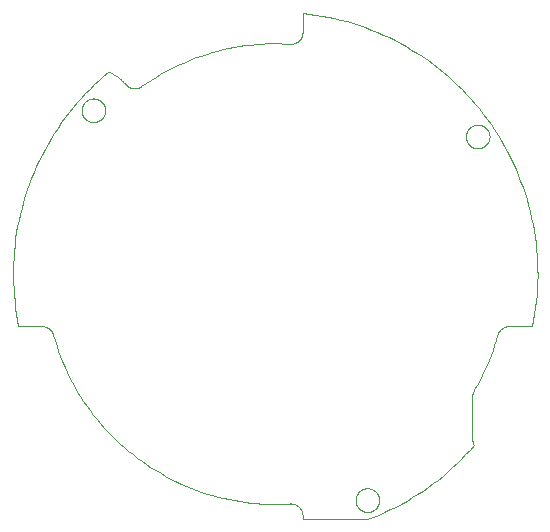
<source format=gbr>
G04 EAGLE Gerber RS-274X export*
G75*
%MOMM*%
%FSLAX34Y34*%
%LPD*%
%IN*%
%IPPOS*%
%AMOC8*
5,1,8,0,0,1.08239X$1,22.5*%
G01*
%ADD10C,0.001000*%


D10*
X249135Y5650D02*
X249135Y9064D01*
X249135Y5650D02*
X303695Y5650D01*
X303696Y5650D02*
X308643Y7563D01*
X313544Y9594D01*
X318395Y11742D01*
X323193Y14004D01*
X327935Y16381D01*
X332620Y18870D01*
X337243Y21471D01*
X341803Y24181D01*
X346297Y27000D01*
X350723Y29925D01*
X355077Y32955D01*
X359358Y36088D01*
X363562Y39323D01*
X367688Y42657D01*
X371733Y46088D01*
X375696Y49616D01*
X379572Y53237D01*
X383361Y56949D01*
X387061Y60751D01*
X390668Y64641D01*
X394181Y68615D01*
X394030Y68936D01*
X393887Y69262D01*
X393751Y69590D01*
X393624Y69922D01*
X393504Y70257D01*
X393392Y70594D01*
X393288Y70934D01*
X393193Y71276D01*
X393105Y71621D01*
X393026Y71967D01*
X392955Y72316D01*
X392892Y72665D01*
X392837Y73017D01*
X392791Y73369D01*
X392753Y73722D01*
X392724Y74077D01*
X392703Y74431D01*
X392690Y74787D01*
X392686Y75142D01*
X392686Y108156D01*
X392690Y108515D01*
X392703Y108873D01*
X392725Y109232D01*
X392755Y109589D01*
X392793Y109946D01*
X392840Y110302D01*
X392896Y110656D01*
X392960Y111009D01*
X393032Y111361D01*
X393113Y111710D01*
X393202Y112058D01*
X393300Y112403D01*
X393406Y112746D01*
X393519Y113086D01*
X393641Y113424D01*
X393772Y113758D01*
X393910Y114090D01*
X394055Y114418D01*
X394209Y114742D01*
X394370Y115062D01*
X394539Y115379D01*
X394716Y115691D01*
X394717Y115692D02*
X396961Y119661D01*
X399112Y123682D01*
X401168Y127751D01*
X403129Y131868D01*
X404993Y136030D01*
X406759Y140234D01*
X408426Y144478D01*
X409993Y148759D01*
X411460Y153077D01*
X412826Y157427D01*
X414090Y161809D01*
X414089Y161809D02*
X414156Y162040D01*
X414228Y162270D01*
X414306Y162498D01*
X414390Y162724D01*
X414478Y162948D01*
X414573Y163170D01*
X414672Y163390D01*
X414777Y163607D01*
X414887Y163821D01*
X415002Y164033D01*
X415123Y164242D01*
X415248Y164448D01*
X415378Y164651D01*
X415513Y164851D01*
X415653Y165047D01*
X415797Y165240D01*
X415946Y165429D01*
X416100Y165615D01*
X416258Y165797D01*
X416420Y165975D01*
X416587Y166149D01*
X416758Y166320D01*
X416933Y166485D01*
X417111Y166647D01*
X417294Y166804D01*
X417480Y166957D01*
X417670Y167106D01*
X417864Y167249D01*
X418061Y167388D01*
X418261Y167523D01*
X418464Y167652D01*
X418671Y167776D01*
X418880Y167896D01*
X419092Y168010D01*
X419307Y168119D01*
X419525Y168223D01*
X419745Y168322D01*
X419967Y168415D01*
X420191Y168503D01*
X420418Y168586D01*
X420646Y168663D01*
X420877Y168735D01*
X421108Y168801D01*
X421342Y168861D01*
X421576Y168916D01*
X421812Y168965D01*
X422050Y169008D01*
X422288Y169046D01*
X422527Y169077D01*
X422766Y169104D01*
X423006Y169124D01*
X423247Y169138D01*
X423488Y169147D01*
X423729Y169150D01*
X443601Y169150D01*
X444628Y174500D01*
X445522Y179874D01*
X446285Y185268D01*
X446915Y190679D01*
X447413Y196104D01*
X447776Y201539D01*
X448007Y206982D01*
X448104Y212429D01*
X448067Y217876D01*
X447896Y223321D01*
X447592Y228761D01*
X447155Y234191D01*
X446584Y239608D01*
X445881Y245010D01*
X445045Y250394D01*
X444078Y255755D01*
X442979Y261090D01*
X441750Y266397D01*
X440390Y271673D01*
X438902Y276913D01*
X437286Y282116D01*
X435542Y287277D01*
X433673Y292394D01*
X431678Y297463D01*
X429559Y302482D01*
X427319Y307447D01*
X424956Y312356D01*
X422475Y317206D01*
X419875Y321993D01*
X417158Y326715D01*
X414326Y331368D01*
X411381Y335951D01*
X408324Y340461D01*
X405158Y344894D01*
X401883Y349247D01*
X398503Y353520D01*
X395019Y357708D01*
X391434Y361809D01*
X387749Y365821D01*
X383966Y369741D01*
X380088Y373568D01*
X376118Y377298D01*
X372058Y380929D01*
X367909Y384460D01*
X363675Y387888D01*
X359358Y391211D01*
X354961Y394428D01*
X350487Y397535D01*
X345937Y400531D01*
X341316Y403415D01*
X336625Y406185D01*
X331867Y408839D01*
X327046Y411375D01*
X322164Y413793D01*
X317224Y416089D01*
X312229Y418264D01*
X307183Y420316D01*
X302087Y422243D01*
X296946Y424044D01*
X291762Y425719D01*
X286539Y427266D01*
X281279Y428685D01*
X275986Y429974D01*
X270663Y431133D01*
X265314Y432161D01*
X259940Y433057D01*
X254546Y433821D01*
X249135Y434452D01*
X249135Y418235D01*
X249132Y417991D01*
X249123Y417747D01*
X249108Y417504D01*
X249087Y417261D01*
X249061Y417018D01*
X249028Y416777D01*
X248990Y416536D01*
X248945Y416296D01*
X248895Y416057D01*
X248839Y415820D01*
X248777Y415584D01*
X248710Y415349D01*
X248636Y415117D01*
X248557Y414886D01*
X248473Y414657D01*
X248383Y414430D01*
X248287Y414206D01*
X248186Y413984D01*
X248080Y413764D01*
X247968Y413547D01*
X247851Y413333D01*
X247729Y413122D01*
X247602Y412914D01*
X247470Y412709D01*
X247332Y412508D01*
X247190Y412309D01*
X247043Y412115D01*
X246892Y411924D01*
X246735Y411736D01*
X246575Y411553D01*
X246409Y411373D01*
X246240Y411198D01*
X246066Y411027D01*
X245888Y410860D01*
X245706Y410697D01*
X245520Y410539D01*
X245331Y410386D01*
X245138Y410237D01*
X244941Y410093D01*
X244740Y409954D01*
X244537Y409819D01*
X244330Y409690D01*
X244120Y409566D01*
X243907Y409447D01*
X243691Y409333D01*
X243473Y409225D01*
X243252Y409122D01*
X243028Y409024D01*
X242802Y408932D01*
X242574Y408845D01*
X242344Y408764D01*
X242112Y408688D01*
X241879Y408619D01*
X241643Y408555D01*
X241406Y408496D01*
X241168Y408444D01*
X240929Y408397D01*
X240688Y408356D01*
X240447Y408321D01*
X240205Y408292D01*
X239962Y408269D01*
X239718Y408252D01*
X239475Y408241D01*
X239231Y408235D01*
X238987Y408236D01*
X238743Y408243D01*
X238499Y408255D01*
X238500Y408256D02*
X233743Y408500D01*
X228982Y408629D01*
X224219Y408641D01*
X219457Y408537D01*
X214699Y408316D01*
X209948Y407979D01*
X205207Y407527D01*
X200478Y406958D01*
X195764Y406275D01*
X191069Y405476D01*
X186394Y404563D01*
X181743Y403536D01*
X177119Y402396D01*
X172524Y401144D01*
X167960Y399779D01*
X163432Y398303D01*
X158941Y396717D01*
X154489Y395022D01*
X150081Y393219D01*
X145718Y391309D01*
X141403Y389292D01*
X137138Y387171D01*
X132927Y384946D01*
X128771Y382620D01*
X124673Y380192D01*
X120636Y377665D01*
X116662Y375040D01*
X112753Y372319D01*
X112752Y372318D02*
X112553Y372179D01*
X112350Y372045D01*
X112144Y371917D01*
X111935Y371793D01*
X111724Y371674D01*
X111509Y371560D01*
X111292Y371452D01*
X111072Y371349D01*
X110849Y371251D01*
X110625Y371159D01*
X110398Y371072D01*
X110169Y370991D01*
X109938Y370915D01*
X109706Y370845D01*
X109472Y370781D01*
X109236Y370722D01*
X108999Y370669D01*
X108761Y370622D01*
X108521Y370581D01*
X108281Y370545D01*
X108040Y370516D01*
X107799Y370492D01*
X107556Y370474D01*
X107314Y370462D01*
X107071Y370456D01*
X106828Y370456D01*
X106585Y370461D01*
X106343Y370473D01*
X106101Y370490D01*
X105859Y370513D01*
X105618Y370543D01*
X105378Y370578D01*
X105138Y370618D01*
X104900Y370665D01*
X104663Y370718D01*
X104427Y370776D01*
X104193Y370840D01*
X103960Y370909D01*
X103729Y370984D01*
X103500Y371065D01*
X103273Y371151D01*
X103048Y371243D01*
X102826Y371340D01*
X102606Y371443D01*
X102388Y371551D01*
X102173Y371664D01*
X101961Y371782D01*
X101752Y371905D01*
X101546Y372034D01*
X101343Y372167D01*
X101143Y372306D01*
X100947Y372449D01*
X100755Y372597D01*
X100566Y372749D01*
X100380Y372906D01*
X100199Y373068D01*
X100022Y373234D01*
X99848Y373404D01*
X99679Y373578D01*
X99514Y373756D01*
X99354Y373939D01*
X99198Y374125D01*
X98666Y374761D01*
X98118Y375384D01*
X97556Y375994D01*
X96980Y376590D01*
X96389Y377173D01*
X95785Y377741D01*
X95168Y378295D01*
X94538Y378834D01*
X93895Y379358D01*
X93240Y379867D01*
X92573Y380360D01*
X91894Y380837D01*
X91205Y381297D01*
X90505Y381742D01*
X89794Y382169D01*
X89073Y382580D01*
X88343Y382974D01*
X87604Y383350D01*
X86856Y383708D01*
X86100Y384049D01*
X85336Y384371D01*
X84565Y384676D01*
X80497Y381226D01*
X76512Y377679D01*
X72615Y374037D01*
X68806Y370303D01*
X65087Y366479D01*
X61462Y362566D01*
X57932Y358567D01*
X54498Y354485D01*
X51164Y350321D01*
X47931Y346079D01*
X44801Y341760D01*
X41775Y337367D01*
X38856Y332902D01*
X36045Y328369D01*
X33344Y323769D01*
X30754Y319106D01*
X28276Y314382D01*
X25913Y309600D01*
X23666Y304763D01*
X21535Y299873D01*
X19523Y294933D01*
X17629Y289946D01*
X15856Y284915D01*
X14205Y279843D01*
X12676Y274733D01*
X11270Y269587D01*
X9988Y264410D01*
X8831Y259203D01*
X7799Y253969D01*
X6893Y248713D01*
X6114Y243436D01*
X5462Y238142D01*
X4937Y232833D01*
X4540Y227514D01*
X4271Y222187D01*
X4130Y216854D01*
X4117Y211520D01*
X4232Y206188D01*
X4476Y200859D01*
X4847Y195538D01*
X5346Y190227D01*
X5973Y184930D01*
X6726Y179649D01*
X7606Y174388D01*
X8613Y169150D01*
X8612Y169150D02*
X28484Y169150D01*
X28725Y169147D01*
X28966Y169138D01*
X29207Y169124D01*
X29447Y169104D01*
X29686Y169077D01*
X29925Y169046D01*
X30163Y169008D01*
X30401Y168965D01*
X30637Y168916D01*
X30871Y168861D01*
X31105Y168800D01*
X31337Y168735D01*
X31567Y168663D01*
X31795Y168586D01*
X32022Y168503D01*
X32246Y168415D01*
X32468Y168322D01*
X32688Y168223D01*
X32906Y168119D01*
X33121Y168010D01*
X33333Y167896D01*
X33542Y167776D01*
X33749Y167652D01*
X33952Y167523D01*
X34152Y167388D01*
X34349Y167249D01*
X34543Y167106D01*
X34733Y166957D01*
X34919Y166804D01*
X35102Y166647D01*
X35280Y166485D01*
X35455Y166319D01*
X35626Y166149D01*
X35793Y165975D01*
X35955Y165797D01*
X36113Y165615D01*
X36267Y165429D01*
X36416Y165240D01*
X36560Y165047D01*
X36700Y164851D01*
X36835Y164651D01*
X36965Y164448D01*
X37090Y164242D01*
X37211Y164033D01*
X37326Y163821D01*
X37436Y163607D01*
X37541Y163390D01*
X37640Y163170D01*
X37735Y162948D01*
X37823Y162724D01*
X37907Y162498D01*
X37985Y162270D01*
X38057Y162040D01*
X38124Y161809D01*
X39444Y157241D01*
X40875Y152708D01*
X42415Y148210D01*
X44065Y143752D01*
X45823Y139334D01*
X47689Y134962D01*
X49660Y130636D01*
X51736Y126359D01*
X53916Y122134D01*
X56198Y117963D01*
X58581Y113850D01*
X61064Y109796D01*
X63645Y105803D01*
X66322Y101875D01*
X69094Y98012D01*
X71960Y94219D01*
X74917Y90497D01*
X77965Y86848D01*
X81100Y83274D01*
X84321Y79778D01*
X87627Y76361D01*
X91015Y73026D01*
X94483Y69775D01*
X98030Y66609D01*
X101652Y63530D01*
X105349Y60541D01*
X109117Y57642D01*
X112955Y54837D01*
X116860Y52126D01*
X120830Y49510D01*
X124863Y46993D01*
X128956Y44574D01*
X133107Y42256D01*
X137312Y40040D01*
X141571Y37927D01*
X145880Y35918D01*
X150237Y34015D01*
X154638Y32219D01*
X159082Y30531D01*
X163566Y28951D01*
X168088Y27481D01*
X172643Y26122D01*
X177231Y24875D01*
X181847Y23739D01*
X186490Y22717D01*
X191156Y21808D01*
X195843Y21013D01*
X200549Y20332D01*
X205269Y19767D01*
X210002Y19316D01*
X214744Y18981D01*
X219493Y18762D01*
X224246Y18659D01*
X229000Y18671D01*
X233752Y18800D01*
X238500Y19044D01*
X238499Y19044D02*
X238743Y19056D01*
X238987Y19063D01*
X239231Y19064D01*
X239475Y19058D01*
X239718Y19047D01*
X239962Y19030D01*
X240205Y19007D01*
X240447Y18978D01*
X240688Y18943D01*
X240929Y18902D01*
X241168Y18855D01*
X241406Y18803D01*
X241643Y18744D01*
X241879Y18680D01*
X242112Y18610D01*
X242344Y18535D01*
X242574Y18454D01*
X242802Y18367D01*
X243028Y18275D01*
X243252Y18177D01*
X243473Y18074D01*
X243691Y17966D01*
X243907Y17852D01*
X244120Y17733D01*
X244330Y17609D01*
X244537Y17480D01*
X244740Y17345D01*
X244941Y17206D01*
X245138Y17062D01*
X245331Y16913D01*
X245521Y16760D01*
X245706Y16602D01*
X245888Y16439D01*
X246066Y16272D01*
X246240Y16101D01*
X246409Y15926D01*
X246575Y15746D01*
X246735Y15563D01*
X246892Y15375D01*
X247043Y15184D01*
X247190Y14990D01*
X247332Y14791D01*
X247470Y14590D01*
X247602Y14385D01*
X247729Y14177D01*
X247851Y13966D01*
X247968Y13752D01*
X248080Y13535D01*
X248186Y13315D01*
X248287Y13093D01*
X248383Y12869D01*
X248473Y12642D01*
X248557Y12413D01*
X248636Y12182D01*
X248710Y11950D01*
X248777Y11715D01*
X248839Y11479D01*
X248895Y11242D01*
X248945Y11003D01*
X248990Y10763D01*
X249028Y10522D01*
X249061Y10281D01*
X249087Y10038D01*
X249108Y9795D01*
X249123Y9552D01*
X249132Y9308D01*
X249135Y9064D01*
X62104Y351969D02*
X62107Y352214D01*
X62116Y352460D01*
X62131Y352705D01*
X62152Y352949D01*
X62179Y353193D01*
X62212Y353436D01*
X62251Y353679D01*
X62296Y353920D01*
X62347Y354160D01*
X62404Y354399D01*
X62466Y354636D01*
X62535Y354872D01*
X62609Y355106D01*
X62689Y355338D01*
X62774Y355568D01*
X62865Y355796D01*
X62962Y356021D01*
X63064Y356245D01*
X63172Y356465D01*
X63285Y356683D01*
X63403Y356898D01*
X63527Y357110D01*
X63655Y357319D01*
X63789Y357525D01*
X63928Y357727D01*
X64072Y357926D01*
X64221Y358121D01*
X64374Y358313D01*
X64532Y358501D01*
X64694Y358685D01*
X64862Y358864D01*
X65033Y359040D01*
X65209Y359211D01*
X65388Y359379D01*
X65572Y359541D01*
X65760Y359699D01*
X65952Y359852D01*
X66147Y360001D01*
X66346Y360145D01*
X66548Y360284D01*
X66754Y360418D01*
X66963Y360546D01*
X67175Y360670D01*
X67390Y360788D01*
X67608Y360901D01*
X67828Y361009D01*
X68052Y361111D01*
X68277Y361208D01*
X68505Y361299D01*
X68735Y361384D01*
X68967Y361464D01*
X69201Y361538D01*
X69437Y361607D01*
X69674Y361669D01*
X69913Y361726D01*
X70153Y361777D01*
X70394Y361822D01*
X70637Y361861D01*
X70880Y361894D01*
X71124Y361921D01*
X71368Y361942D01*
X71613Y361957D01*
X71859Y361966D01*
X72104Y361969D01*
X72349Y361966D01*
X72595Y361957D01*
X72840Y361942D01*
X73084Y361921D01*
X73328Y361894D01*
X73571Y361861D01*
X73814Y361822D01*
X74055Y361777D01*
X74295Y361726D01*
X74534Y361669D01*
X74771Y361607D01*
X75007Y361538D01*
X75241Y361464D01*
X75473Y361384D01*
X75703Y361299D01*
X75931Y361208D01*
X76156Y361111D01*
X76380Y361009D01*
X76600Y360901D01*
X76818Y360788D01*
X77033Y360670D01*
X77245Y360546D01*
X77454Y360418D01*
X77660Y360284D01*
X77862Y360145D01*
X78061Y360001D01*
X78256Y359852D01*
X78448Y359699D01*
X78636Y359541D01*
X78820Y359379D01*
X78999Y359211D01*
X79175Y359040D01*
X79346Y358864D01*
X79514Y358685D01*
X79676Y358501D01*
X79834Y358313D01*
X79987Y358121D01*
X80136Y357926D01*
X80280Y357727D01*
X80419Y357525D01*
X80553Y357319D01*
X80681Y357110D01*
X80805Y356898D01*
X80923Y356683D01*
X81036Y356465D01*
X81144Y356245D01*
X81246Y356021D01*
X81343Y355796D01*
X81434Y355568D01*
X81519Y355338D01*
X81599Y355106D01*
X81673Y354872D01*
X81742Y354636D01*
X81804Y354399D01*
X81861Y354160D01*
X81912Y353920D01*
X81957Y353679D01*
X81996Y353436D01*
X82029Y353193D01*
X82056Y352949D01*
X82077Y352705D01*
X82092Y352460D01*
X82101Y352214D01*
X82104Y351969D01*
X82101Y351724D01*
X82092Y351478D01*
X82077Y351233D01*
X82056Y350989D01*
X82029Y350745D01*
X81996Y350502D01*
X81957Y350259D01*
X81912Y350018D01*
X81861Y349778D01*
X81804Y349539D01*
X81742Y349302D01*
X81673Y349066D01*
X81599Y348832D01*
X81519Y348600D01*
X81434Y348370D01*
X81343Y348142D01*
X81246Y347917D01*
X81144Y347693D01*
X81036Y347473D01*
X80923Y347255D01*
X80805Y347040D01*
X80681Y346828D01*
X80553Y346619D01*
X80419Y346413D01*
X80280Y346211D01*
X80136Y346012D01*
X79987Y345817D01*
X79834Y345625D01*
X79676Y345437D01*
X79514Y345253D01*
X79346Y345074D01*
X79175Y344898D01*
X78999Y344727D01*
X78820Y344559D01*
X78636Y344397D01*
X78448Y344239D01*
X78256Y344086D01*
X78061Y343937D01*
X77862Y343793D01*
X77660Y343654D01*
X77454Y343520D01*
X77245Y343392D01*
X77033Y343268D01*
X76818Y343150D01*
X76600Y343037D01*
X76380Y342929D01*
X76156Y342827D01*
X75931Y342730D01*
X75703Y342639D01*
X75473Y342554D01*
X75241Y342474D01*
X75007Y342400D01*
X74771Y342331D01*
X74534Y342269D01*
X74295Y342212D01*
X74055Y342161D01*
X73814Y342116D01*
X73571Y342077D01*
X73328Y342044D01*
X73084Y342017D01*
X72840Y341996D01*
X72595Y341981D01*
X72349Y341972D01*
X72104Y341969D01*
X71859Y341972D01*
X71613Y341981D01*
X71368Y341996D01*
X71124Y342017D01*
X70880Y342044D01*
X70637Y342077D01*
X70394Y342116D01*
X70153Y342161D01*
X69913Y342212D01*
X69674Y342269D01*
X69437Y342331D01*
X69201Y342400D01*
X68967Y342474D01*
X68735Y342554D01*
X68505Y342639D01*
X68277Y342730D01*
X68052Y342827D01*
X67828Y342929D01*
X67608Y343037D01*
X67390Y343150D01*
X67175Y343268D01*
X66963Y343392D01*
X66754Y343520D01*
X66548Y343654D01*
X66346Y343793D01*
X66147Y343937D01*
X65952Y344086D01*
X65760Y344239D01*
X65572Y344397D01*
X65388Y344559D01*
X65209Y344727D01*
X65033Y344898D01*
X64862Y345074D01*
X64694Y345253D01*
X64532Y345437D01*
X64374Y345625D01*
X64221Y345817D01*
X64072Y346012D01*
X63928Y346211D01*
X63789Y346413D01*
X63655Y346619D01*
X63527Y346828D01*
X63403Y347040D01*
X63285Y347255D01*
X63172Y347473D01*
X63064Y347693D01*
X62962Y347917D01*
X62865Y348142D01*
X62774Y348370D01*
X62689Y348600D01*
X62609Y348832D01*
X62535Y349066D01*
X62466Y349302D01*
X62404Y349539D01*
X62347Y349778D01*
X62296Y350018D01*
X62251Y350259D01*
X62212Y350502D01*
X62179Y350745D01*
X62152Y350989D01*
X62131Y351233D01*
X62116Y351478D01*
X62107Y351724D01*
X62104Y351969D01*
X294081Y21897D02*
X294084Y22142D01*
X294093Y22388D01*
X294108Y22633D01*
X294129Y22877D01*
X294156Y23121D01*
X294189Y23364D01*
X294228Y23607D01*
X294273Y23848D01*
X294324Y24088D01*
X294381Y24327D01*
X294443Y24564D01*
X294512Y24800D01*
X294586Y25034D01*
X294666Y25266D01*
X294751Y25496D01*
X294842Y25724D01*
X294939Y25949D01*
X295041Y26173D01*
X295149Y26393D01*
X295262Y26611D01*
X295380Y26826D01*
X295504Y27038D01*
X295632Y27247D01*
X295766Y27453D01*
X295905Y27655D01*
X296049Y27854D01*
X296198Y28049D01*
X296351Y28241D01*
X296509Y28429D01*
X296671Y28613D01*
X296839Y28792D01*
X297010Y28968D01*
X297186Y29139D01*
X297365Y29307D01*
X297549Y29469D01*
X297737Y29627D01*
X297929Y29780D01*
X298124Y29929D01*
X298323Y30073D01*
X298525Y30212D01*
X298731Y30346D01*
X298940Y30474D01*
X299152Y30598D01*
X299367Y30716D01*
X299585Y30829D01*
X299805Y30937D01*
X300029Y31039D01*
X300254Y31136D01*
X300482Y31227D01*
X300712Y31312D01*
X300944Y31392D01*
X301178Y31466D01*
X301414Y31535D01*
X301651Y31597D01*
X301890Y31654D01*
X302130Y31705D01*
X302371Y31750D01*
X302614Y31789D01*
X302857Y31822D01*
X303101Y31849D01*
X303345Y31870D01*
X303590Y31885D01*
X303836Y31894D01*
X304081Y31897D01*
X304326Y31894D01*
X304572Y31885D01*
X304817Y31870D01*
X305061Y31849D01*
X305305Y31822D01*
X305548Y31789D01*
X305791Y31750D01*
X306032Y31705D01*
X306272Y31654D01*
X306511Y31597D01*
X306748Y31535D01*
X306984Y31466D01*
X307218Y31392D01*
X307450Y31312D01*
X307680Y31227D01*
X307908Y31136D01*
X308133Y31039D01*
X308357Y30937D01*
X308577Y30829D01*
X308795Y30716D01*
X309010Y30598D01*
X309222Y30474D01*
X309431Y30346D01*
X309637Y30212D01*
X309839Y30073D01*
X310038Y29929D01*
X310233Y29780D01*
X310425Y29627D01*
X310613Y29469D01*
X310797Y29307D01*
X310976Y29139D01*
X311152Y28968D01*
X311323Y28792D01*
X311491Y28613D01*
X311653Y28429D01*
X311811Y28241D01*
X311964Y28049D01*
X312113Y27854D01*
X312257Y27655D01*
X312396Y27453D01*
X312530Y27247D01*
X312658Y27038D01*
X312782Y26826D01*
X312900Y26611D01*
X313013Y26393D01*
X313121Y26173D01*
X313223Y25949D01*
X313320Y25724D01*
X313411Y25496D01*
X313496Y25266D01*
X313576Y25034D01*
X313650Y24800D01*
X313719Y24564D01*
X313781Y24327D01*
X313838Y24088D01*
X313889Y23848D01*
X313934Y23607D01*
X313973Y23364D01*
X314006Y23121D01*
X314033Y22877D01*
X314054Y22633D01*
X314069Y22388D01*
X314078Y22142D01*
X314081Y21897D01*
X314078Y21652D01*
X314069Y21406D01*
X314054Y21161D01*
X314033Y20917D01*
X314006Y20673D01*
X313973Y20430D01*
X313934Y20187D01*
X313889Y19946D01*
X313838Y19706D01*
X313781Y19467D01*
X313719Y19230D01*
X313650Y18994D01*
X313576Y18760D01*
X313496Y18528D01*
X313411Y18298D01*
X313320Y18070D01*
X313223Y17845D01*
X313121Y17621D01*
X313013Y17401D01*
X312900Y17183D01*
X312782Y16968D01*
X312658Y16756D01*
X312530Y16547D01*
X312396Y16341D01*
X312257Y16139D01*
X312113Y15940D01*
X311964Y15745D01*
X311811Y15553D01*
X311653Y15365D01*
X311491Y15181D01*
X311323Y15002D01*
X311152Y14826D01*
X310976Y14655D01*
X310797Y14487D01*
X310613Y14325D01*
X310425Y14167D01*
X310233Y14014D01*
X310038Y13865D01*
X309839Y13721D01*
X309637Y13582D01*
X309431Y13448D01*
X309222Y13320D01*
X309010Y13196D01*
X308795Y13078D01*
X308577Y12965D01*
X308357Y12857D01*
X308133Y12755D01*
X307908Y12658D01*
X307680Y12567D01*
X307450Y12482D01*
X307218Y12402D01*
X306984Y12328D01*
X306748Y12259D01*
X306511Y12197D01*
X306272Y12140D01*
X306032Y12089D01*
X305791Y12044D01*
X305548Y12005D01*
X305305Y11972D01*
X305061Y11945D01*
X304817Y11924D01*
X304572Y11909D01*
X304326Y11900D01*
X304081Y11897D01*
X303836Y11900D01*
X303590Y11909D01*
X303345Y11924D01*
X303101Y11945D01*
X302857Y11972D01*
X302614Y12005D01*
X302371Y12044D01*
X302130Y12089D01*
X301890Y12140D01*
X301651Y12197D01*
X301414Y12259D01*
X301178Y12328D01*
X300944Y12402D01*
X300712Y12482D01*
X300482Y12567D01*
X300254Y12658D01*
X300029Y12755D01*
X299805Y12857D01*
X299585Y12965D01*
X299367Y13078D01*
X299152Y13196D01*
X298940Y13320D01*
X298731Y13448D01*
X298525Y13582D01*
X298323Y13721D01*
X298124Y13865D01*
X297929Y14014D01*
X297737Y14167D01*
X297549Y14325D01*
X297365Y14487D01*
X297186Y14655D01*
X297010Y14826D01*
X296839Y15002D01*
X296671Y15181D01*
X296509Y15365D01*
X296351Y15553D01*
X296198Y15745D01*
X296049Y15940D01*
X295905Y16139D01*
X295766Y16341D01*
X295632Y16547D01*
X295504Y16756D01*
X295380Y16968D01*
X295262Y17183D01*
X295149Y17401D01*
X295041Y17621D01*
X294939Y17845D01*
X294842Y18070D01*
X294751Y18298D01*
X294666Y18528D01*
X294586Y18760D01*
X294512Y18994D01*
X294443Y19230D01*
X294381Y19467D01*
X294324Y19706D01*
X294273Y19946D01*
X294228Y20187D01*
X294189Y20430D01*
X294156Y20673D01*
X294129Y20917D01*
X294108Y21161D01*
X294093Y21406D01*
X294084Y21652D01*
X294081Y21897D01*
X387492Y329736D02*
X387495Y329981D01*
X387504Y330227D01*
X387519Y330472D01*
X387540Y330716D01*
X387567Y330960D01*
X387600Y331203D01*
X387639Y331446D01*
X387684Y331687D01*
X387735Y331927D01*
X387792Y332166D01*
X387854Y332403D01*
X387923Y332639D01*
X387997Y332873D01*
X388077Y333105D01*
X388162Y333335D01*
X388253Y333563D01*
X388350Y333788D01*
X388452Y334012D01*
X388560Y334232D01*
X388673Y334450D01*
X388791Y334665D01*
X388915Y334877D01*
X389043Y335086D01*
X389177Y335292D01*
X389316Y335494D01*
X389460Y335693D01*
X389609Y335888D01*
X389762Y336080D01*
X389920Y336268D01*
X390082Y336452D01*
X390250Y336631D01*
X390421Y336807D01*
X390597Y336978D01*
X390776Y337146D01*
X390960Y337308D01*
X391148Y337466D01*
X391340Y337619D01*
X391535Y337768D01*
X391734Y337912D01*
X391936Y338051D01*
X392142Y338185D01*
X392351Y338313D01*
X392563Y338437D01*
X392778Y338555D01*
X392996Y338668D01*
X393216Y338776D01*
X393440Y338878D01*
X393665Y338975D01*
X393893Y339066D01*
X394123Y339151D01*
X394355Y339231D01*
X394589Y339305D01*
X394825Y339374D01*
X395062Y339436D01*
X395301Y339493D01*
X395541Y339544D01*
X395782Y339589D01*
X396025Y339628D01*
X396268Y339661D01*
X396512Y339688D01*
X396756Y339709D01*
X397001Y339724D01*
X397247Y339733D01*
X397492Y339736D01*
X397737Y339733D01*
X397983Y339724D01*
X398228Y339709D01*
X398472Y339688D01*
X398716Y339661D01*
X398959Y339628D01*
X399202Y339589D01*
X399443Y339544D01*
X399683Y339493D01*
X399922Y339436D01*
X400159Y339374D01*
X400395Y339305D01*
X400629Y339231D01*
X400861Y339151D01*
X401091Y339066D01*
X401319Y338975D01*
X401544Y338878D01*
X401768Y338776D01*
X401988Y338668D01*
X402206Y338555D01*
X402421Y338437D01*
X402633Y338313D01*
X402842Y338185D01*
X403048Y338051D01*
X403250Y337912D01*
X403449Y337768D01*
X403644Y337619D01*
X403836Y337466D01*
X404024Y337308D01*
X404208Y337146D01*
X404387Y336978D01*
X404563Y336807D01*
X404734Y336631D01*
X404902Y336452D01*
X405064Y336268D01*
X405222Y336080D01*
X405375Y335888D01*
X405524Y335693D01*
X405668Y335494D01*
X405807Y335292D01*
X405941Y335086D01*
X406069Y334877D01*
X406193Y334665D01*
X406311Y334450D01*
X406424Y334232D01*
X406532Y334012D01*
X406634Y333788D01*
X406731Y333563D01*
X406822Y333335D01*
X406907Y333105D01*
X406987Y332873D01*
X407061Y332639D01*
X407130Y332403D01*
X407192Y332166D01*
X407249Y331927D01*
X407300Y331687D01*
X407345Y331446D01*
X407384Y331203D01*
X407417Y330960D01*
X407444Y330716D01*
X407465Y330472D01*
X407480Y330227D01*
X407489Y329981D01*
X407492Y329736D01*
X407489Y329491D01*
X407480Y329245D01*
X407465Y329000D01*
X407444Y328756D01*
X407417Y328512D01*
X407384Y328269D01*
X407345Y328026D01*
X407300Y327785D01*
X407249Y327545D01*
X407192Y327306D01*
X407130Y327069D01*
X407061Y326833D01*
X406987Y326599D01*
X406907Y326367D01*
X406822Y326137D01*
X406731Y325909D01*
X406634Y325684D01*
X406532Y325460D01*
X406424Y325240D01*
X406311Y325022D01*
X406193Y324807D01*
X406069Y324595D01*
X405941Y324386D01*
X405807Y324180D01*
X405668Y323978D01*
X405524Y323779D01*
X405375Y323584D01*
X405222Y323392D01*
X405064Y323204D01*
X404902Y323020D01*
X404734Y322841D01*
X404563Y322665D01*
X404387Y322494D01*
X404208Y322326D01*
X404024Y322164D01*
X403836Y322006D01*
X403644Y321853D01*
X403449Y321704D01*
X403250Y321560D01*
X403048Y321421D01*
X402842Y321287D01*
X402633Y321159D01*
X402421Y321035D01*
X402206Y320917D01*
X401988Y320804D01*
X401768Y320696D01*
X401544Y320594D01*
X401319Y320497D01*
X401091Y320406D01*
X400861Y320321D01*
X400629Y320241D01*
X400395Y320167D01*
X400159Y320098D01*
X399922Y320036D01*
X399683Y319979D01*
X399443Y319928D01*
X399202Y319883D01*
X398959Y319844D01*
X398716Y319811D01*
X398472Y319784D01*
X398228Y319763D01*
X397983Y319748D01*
X397737Y319739D01*
X397492Y319736D01*
X397247Y319739D01*
X397001Y319748D01*
X396756Y319763D01*
X396512Y319784D01*
X396268Y319811D01*
X396025Y319844D01*
X395782Y319883D01*
X395541Y319928D01*
X395301Y319979D01*
X395062Y320036D01*
X394825Y320098D01*
X394589Y320167D01*
X394355Y320241D01*
X394123Y320321D01*
X393893Y320406D01*
X393665Y320497D01*
X393440Y320594D01*
X393216Y320696D01*
X392996Y320804D01*
X392778Y320917D01*
X392563Y321035D01*
X392351Y321159D01*
X392142Y321287D01*
X391936Y321421D01*
X391734Y321560D01*
X391535Y321704D01*
X391340Y321853D01*
X391148Y322006D01*
X390960Y322164D01*
X390776Y322326D01*
X390597Y322494D01*
X390421Y322665D01*
X390250Y322841D01*
X390082Y323020D01*
X389920Y323204D01*
X389762Y323392D01*
X389609Y323584D01*
X389460Y323779D01*
X389316Y323978D01*
X389177Y324180D01*
X389043Y324386D01*
X388915Y324595D01*
X388791Y324807D01*
X388673Y325022D01*
X388560Y325240D01*
X388452Y325460D01*
X388350Y325684D01*
X388253Y325909D01*
X388162Y326137D01*
X388077Y326367D01*
X387997Y326599D01*
X387923Y326833D01*
X387854Y327069D01*
X387792Y327306D01*
X387735Y327545D01*
X387684Y327785D01*
X387639Y328026D01*
X387600Y328269D01*
X387567Y328512D01*
X387540Y328756D01*
X387519Y329000D01*
X387504Y329245D01*
X387495Y329491D01*
X387492Y329736D01*
M02*

</source>
